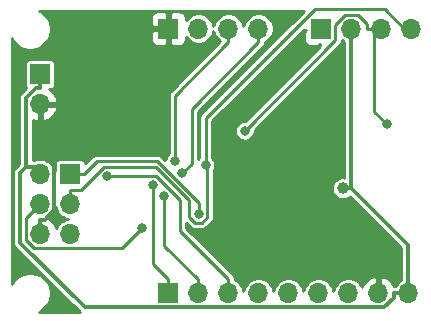
<source format=gbl>
%TF.GenerationSoftware,KiCad,Pcbnew,(5.1.9)-1*%
%TF.CreationDate,2022-01-04T17:54:44-06:00*%
%TF.ProjectId,BACEE,42414345-452e-46b6-9963-61645f706362,1*%
%TF.SameCoordinates,Original*%
%TF.FileFunction,Copper,L2,Bot*%
%TF.FilePolarity,Positive*%
%FSLAX46Y46*%
G04 Gerber Fmt 4.6, Leading zero omitted, Abs format (unit mm)*
G04 Created by KiCad (PCBNEW (5.1.9)-1) date 2022-01-04 17:54:44*
%MOMM*%
%LPD*%
G01*
G04 APERTURE LIST*
%TA.AperFunction,ComponentPad*%
%ADD10O,1.700000X1.700000*%
%TD*%
%TA.AperFunction,ComponentPad*%
%ADD11R,1.700000X1.700000*%
%TD*%
%TA.AperFunction,ViaPad*%
%ADD12C,0.800000*%
%TD*%
%TA.AperFunction,ViaPad*%
%ADD13C,1.000000*%
%TD*%
%TA.AperFunction,Conductor*%
%ADD14C,0.300000*%
%TD*%
%TA.AperFunction,Conductor*%
%ADD15C,0.250000*%
%TD*%
%TA.AperFunction,Conductor*%
%ADD16C,0.254000*%
%TD*%
%TA.AperFunction,Conductor*%
%ADD17C,0.100000*%
%TD*%
G04 APERTURE END LIST*
D10*
%TO.P,BT1,2*%
%TO.N,GNDPWR*%
X205550000Y-110236000D03*
D11*
%TO.P,BT1,1*%
%TO.N,/Vcc*%
X205550000Y-107696000D03*
%TD*%
D10*
%TO.P,J1,9*%
%TO.N,/Vcc*%
X236728000Y-126238000D03*
%TO.P,J1,8*%
%TO.N,GNDPWR*%
X234188000Y-126238000D03*
%TO.P,J1,7*%
%TO.N,/D8*%
X231648000Y-126238000D03*
%TO.P,J1,6*%
%TO.N,/D7*%
X229108000Y-126238000D03*
%TO.P,J1,5*%
%TO.N,/D6*%
X226568000Y-126238000D03*
%TO.P,J1,4*%
%TO.N,/D5*%
X224028000Y-126238000D03*
%TO.P,J1,3*%
%TO.N,/D4*%
X221488000Y-126238000D03*
%TO.P,J1,2*%
%TO.N,/D3*%
X218948000Y-126238000D03*
D11*
%TO.P,J1,1*%
%TO.N,/D2*%
X216408000Y-126238000D03*
%TD*%
%TO.P,J2,1*%
%TO.N,GNDPWR*%
X216408000Y-103822000D03*
D10*
%TO.P,J2,2*%
%TO.N,/Vcc*%
X218948000Y-103822000D03*
%TO.P,J2,3*%
%TO.N,/RX*%
X221488000Y-103822000D03*
%TO.P,J2,4*%
%TO.N,/TX*%
X224028000Y-103822000D03*
%TD*%
%TO.P,J3,6*%
%TO.N,GNDPWR*%
X205550000Y-121222000D03*
%TO.P,J3,5*%
%TO.N,/RESET*%
X208090000Y-121222000D03*
%TO.P,J3,4*%
%TO.N,/COPI*%
X205550000Y-118682000D03*
%TO.P,J3,3*%
%TO.N,/SCK*%
X208090000Y-118682000D03*
%TO.P,J3,2*%
%TO.N,/Vcc*%
X205550000Y-116142000D03*
D11*
%TO.P,J3,1*%
%TO.N,/CIPO*%
X208090000Y-116142000D03*
%TD*%
D10*
%TO.P,J4,4*%
%TO.N,/SCK*%
X236982000Y-103822000D03*
%TO.P,J4,3*%
%TO.N,/SDA*%
X234442000Y-103822000D03*
%TO.P,J4,2*%
%TO.N,/Vcc*%
X231902000Y-103822000D03*
D11*
%TO.P,J4,1*%
%TO.N,GNDPWR*%
X229362000Y-103822000D03*
%TD*%
D12*
%TO.N,/D2*%
X215071300Y-117057100D03*
%TO.N,/D3*%
X216079600Y-118042200D03*
%TO.N,/D4*%
X211243200Y-116283300D03*
%TO.N,/TX*%
X217593000Y-116047900D03*
%TO.N,/RX*%
X216987700Y-115006800D03*
%TO.N,/CIPO*%
X218966500Y-119499000D03*
%TO.N,/SCK*%
X219563600Y-115389700D03*
%TO.N,/COPI*%
X214184900Y-120668800D03*
%TO.N,/SDA*%
X234879700Y-111924400D03*
X222879800Y-112480700D03*
D13*
%TO.N,/Vcc*%
X231168900Y-117359700D03*
%TD*%
D14*
%TO.N,GNDPWR*%
X206571700Y-112458000D02*
X205550000Y-111436300D01*
X205550000Y-120021700D02*
X205925100Y-120021700D01*
X205925100Y-120021700D02*
X206754300Y-119192500D01*
X206754300Y-119192500D02*
X206754300Y-112640600D01*
X206754300Y-112640600D02*
X206571700Y-112458000D01*
X215207700Y-103822000D02*
X206571700Y-112458000D01*
X216408000Y-103822000D02*
X215207700Y-103822000D01*
X205550000Y-110236000D02*
X205550000Y-111436300D01*
X205550000Y-121222000D02*
X205550000Y-120021700D01*
D15*
%TO.N,/D2*%
X216408000Y-125062700D02*
X215071300Y-123726000D01*
X215071300Y-123726000D02*
X215071300Y-117057100D01*
X216408000Y-126238000D02*
X216408000Y-125062700D01*
%TO.N,/D3*%
X218948000Y-126238000D02*
X218948000Y-125062700D01*
X216079600Y-118042200D02*
X216079600Y-122194300D01*
X216079600Y-122194300D02*
X218948000Y-125062700D01*
%TO.N,/D4*%
X221488000Y-125062700D02*
X217376000Y-120950700D01*
X217376000Y-120950700D02*
X217376000Y-118312700D01*
X217376000Y-118312700D02*
X215346700Y-116283400D01*
X215346700Y-116283400D02*
X211243200Y-116283400D01*
X211243200Y-116283400D02*
X211243200Y-116283300D01*
X221488000Y-126238000D02*
X221488000Y-125062700D01*
%TO.N,/TX*%
X224028000Y-103822000D02*
X224028000Y-104997300D01*
X217593000Y-116047900D02*
X218383800Y-115257100D01*
X218383800Y-115257100D02*
X218383800Y-110641500D01*
X218383800Y-110641500D02*
X224028000Y-104997300D01*
%TO.N,/RX*%
X221488000Y-104997300D02*
X216987700Y-109497600D01*
X216987700Y-109497600D02*
X216987700Y-115006800D01*
X221488000Y-103822000D02*
X221488000Y-104997300D01*
%TO.N,/CIPO*%
X208090000Y-116142000D02*
X209265300Y-116142000D01*
X218966500Y-119499000D02*
X218966500Y-118565100D01*
X218966500Y-118565100D02*
X215468200Y-115066800D01*
X215468200Y-115066800D02*
X210340500Y-115066800D01*
X210340500Y-115066800D02*
X209265300Y-116142000D01*
%TO.N,/SCK*%
X219563600Y-115389700D02*
X219722100Y-115548200D01*
X219722100Y-115548200D02*
X219722100Y-119773900D01*
X219722100Y-119773900D02*
X219234000Y-120262000D01*
X219234000Y-120262000D02*
X218667600Y-120262000D01*
X218667600Y-120262000D02*
X218144600Y-119739000D01*
X218144600Y-119739000D02*
X218144600Y-118380100D01*
X218144600Y-118380100D02*
X215322500Y-115558000D01*
X215322500Y-115558000D02*
X210942800Y-115558000D01*
X210942800Y-115558000D02*
X208994100Y-117506700D01*
X208994100Y-117506700D02*
X208090000Y-117506700D01*
X236394400Y-103822000D02*
X234761800Y-102189400D01*
X234761800Y-102189400D02*
X228804600Y-102189400D01*
X228804600Y-102189400D02*
X219563600Y-111430400D01*
X219563600Y-111430400D02*
X219563600Y-115389700D01*
X208090000Y-118682000D02*
X208090000Y-117506700D01*
X236982000Y-103822000D02*
X236394400Y-103822000D01*
%TO.N,/COPI*%
X205550000Y-118682000D02*
X204368300Y-119863700D01*
X204368300Y-119863700D02*
X204368300Y-121737400D01*
X204368300Y-121737400D02*
X205028300Y-122397400D01*
X205028300Y-122397400D02*
X212456300Y-122397400D01*
X212456300Y-122397400D02*
X214184900Y-120668800D01*
%TO.N,/SDA*%
X233266700Y-103822000D02*
X233266700Y-103454600D01*
X233266700Y-103454600D02*
X232458800Y-102646700D01*
X232458800Y-102646700D02*
X231388300Y-102646700D01*
X231388300Y-102646700D02*
X230537400Y-103497600D01*
X230537400Y-103497600D02*
X230537400Y-104823100D01*
X230537400Y-104823100D02*
X222879800Y-112480700D01*
X233854400Y-103822000D02*
X233854400Y-110899100D01*
X233854400Y-110899100D02*
X234879700Y-111924400D01*
X233854400Y-103822000D02*
X233266700Y-103822000D01*
X234442000Y-103822000D02*
X233854400Y-103822000D01*
D14*
%TO.N,/Vcc*%
X236728000Y-125037700D02*
X236728000Y-122185700D01*
X236728000Y-122185700D02*
X231902000Y-117359700D01*
X231902000Y-117359700D02*
X231902000Y-103822000D01*
X231902000Y-117359700D02*
X231168900Y-117359700D01*
X204345100Y-115541800D02*
X203853200Y-116033700D01*
X203853200Y-116033700D02*
X203853200Y-121943700D01*
X203853200Y-121943700D02*
X209349300Y-127439800D01*
X209349300Y-127439800D02*
X234698900Y-127439800D01*
X234698900Y-127439800D02*
X235527700Y-126611000D01*
X235527700Y-126611000D02*
X235527700Y-126238000D01*
X205550000Y-115541800D02*
X204345100Y-115541800D01*
X204345100Y-115541800D02*
X204345100Y-109726100D01*
X204345100Y-109726100D02*
X205174900Y-108896300D01*
X205174900Y-108896300D02*
X205550000Y-108896300D01*
X205550000Y-107696000D02*
X205550000Y-108896300D01*
X236728000Y-126238000D02*
X235527700Y-126238000D01*
X205550000Y-116142000D02*
X205550000Y-115541800D01*
X236728000Y-126238000D02*
X236728000Y-125037700D01*
%TD*%
D16*
%TO.N,GNDPWR*%
X219187069Y-111014972D02*
X219165705Y-111032505D01*
X219148172Y-111053869D01*
X219148171Y-111053870D01*
X219098464Y-111114439D01*
X219095725Y-111117776D01*
X219043725Y-111215062D01*
X219011703Y-111320622D01*
X219003600Y-111402895D01*
X219003600Y-111402904D01*
X219000892Y-111430400D01*
X219003600Y-111457896D01*
X219003601Y-114768831D01*
X218943800Y-114828632D01*
X218943800Y-110873459D01*
X224404537Y-105412723D01*
X224425895Y-105395195D01*
X224443423Y-105373837D01*
X224443429Y-105373831D01*
X224495875Y-105309925D01*
X224533909Y-105238768D01*
X224547875Y-105212639D01*
X224579897Y-105107079D01*
X224588000Y-105024806D01*
X224588000Y-105024797D01*
X224590708Y-104997301D01*
X224589051Y-104980480D01*
X224636676Y-104960753D01*
X224847140Y-104820125D01*
X225026125Y-104641140D01*
X225166753Y-104430676D01*
X225263619Y-104196821D01*
X225313000Y-103948561D01*
X225313000Y-103695439D01*
X225263619Y-103447179D01*
X225166753Y-103213324D01*
X225026125Y-103002860D01*
X224847140Y-102823875D01*
X224636676Y-102683247D01*
X224402821Y-102586381D01*
X224154561Y-102537000D01*
X223901439Y-102537000D01*
X223653179Y-102586381D01*
X223419324Y-102683247D01*
X223208860Y-102823875D01*
X223029875Y-103002860D01*
X222889247Y-103213324D01*
X222792381Y-103447179D01*
X222758000Y-103620027D01*
X222723619Y-103447179D01*
X222626753Y-103213324D01*
X222486125Y-103002860D01*
X222307140Y-102823875D01*
X222096676Y-102683247D01*
X221862821Y-102586381D01*
X221614561Y-102537000D01*
X221361439Y-102537000D01*
X221113179Y-102586381D01*
X220879324Y-102683247D01*
X220668860Y-102823875D01*
X220489875Y-103002860D01*
X220349247Y-103213324D01*
X220252381Y-103447179D01*
X220218000Y-103620027D01*
X220183619Y-103447179D01*
X220086753Y-103213324D01*
X219946125Y-103002860D01*
X219767140Y-102823875D01*
X219556676Y-102683247D01*
X219322821Y-102586381D01*
X219074561Y-102537000D01*
X218821439Y-102537000D01*
X218573179Y-102586381D01*
X218339324Y-102683247D01*
X218128860Y-102823875D01*
X217949875Y-103002860D01*
X217895461Y-103084297D01*
X217896072Y-102972000D01*
X217883812Y-102847518D01*
X217847502Y-102727820D01*
X217788537Y-102617506D01*
X217709185Y-102520815D01*
X217612494Y-102441463D01*
X217502180Y-102382498D01*
X217382482Y-102346188D01*
X217258000Y-102333928D01*
X216693750Y-102337000D01*
X216535000Y-102495750D01*
X216535000Y-103695000D01*
X216555000Y-103695000D01*
X216555000Y-103949000D01*
X216535000Y-103949000D01*
X216535000Y-105148250D01*
X216693750Y-105307000D01*
X217258000Y-105310072D01*
X217382482Y-105297812D01*
X217502180Y-105261502D01*
X217612494Y-105202537D01*
X217709185Y-105123185D01*
X217788537Y-105026494D01*
X217847502Y-104916180D01*
X217883812Y-104796482D01*
X217896072Y-104672000D01*
X217895461Y-104559703D01*
X217949875Y-104641140D01*
X218128860Y-104820125D01*
X218339324Y-104960753D01*
X218573179Y-105057619D01*
X218821439Y-105107000D01*
X219074561Y-105107000D01*
X219322821Y-105057619D01*
X219556676Y-104960753D01*
X219767140Y-104820125D01*
X219946125Y-104641140D01*
X220086753Y-104430676D01*
X220183619Y-104196821D01*
X220218000Y-104023973D01*
X220252381Y-104196821D01*
X220349247Y-104430676D01*
X220489875Y-104641140D01*
X220668860Y-104820125D01*
X220791362Y-104901978D01*
X216611169Y-109082172D01*
X216589805Y-109099705D01*
X216572272Y-109121069D01*
X216572271Y-109121070D01*
X216548886Y-109149565D01*
X216519825Y-109184976D01*
X216467825Y-109282262D01*
X216435803Y-109387822D01*
X216427700Y-109470095D01*
X216427700Y-109470104D01*
X216424992Y-109497600D01*
X216427700Y-109525096D01*
X216427701Y-114385931D01*
X216339113Y-114474519D01*
X216247733Y-114611279D01*
X216184789Y-114763240D01*
X216152700Y-114924560D01*
X216152700Y-114959341D01*
X215883628Y-114690269D01*
X215866095Y-114668905D01*
X215780824Y-114598925D01*
X215683539Y-114546925D01*
X215577979Y-114514903D01*
X215495706Y-114506800D01*
X215495696Y-114506800D01*
X215468200Y-114504092D01*
X215440704Y-114506800D01*
X210367992Y-114506800D01*
X210340499Y-114504092D01*
X210313006Y-114506800D01*
X210312994Y-114506800D01*
X210230721Y-114514903D01*
X210125161Y-114546925D01*
X210079875Y-114571131D01*
X210027875Y-114598925D01*
X209963969Y-114651371D01*
X209963963Y-114651377D01*
X209942605Y-114668905D01*
X209925077Y-114690263D01*
X209372283Y-115243057D01*
X209368705Y-115206725D01*
X209343831Y-115124728D01*
X209303439Y-115049158D01*
X209249079Y-114982921D01*
X209182842Y-114928561D01*
X209107272Y-114888169D01*
X209025275Y-114863295D01*
X208940000Y-114854896D01*
X207240000Y-114854896D01*
X207154725Y-114863295D01*
X207072728Y-114888169D01*
X206997158Y-114928561D01*
X206930921Y-114982921D01*
X206876561Y-115049158D01*
X206836169Y-115124728D01*
X206811295Y-115206725D01*
X206802896Y-115292000D01*
X206802896Y-115854038D01*
X206785619Y-115767179D01*
X206688753Y-115533324D01*
X206548125Y-115322860D01*
X206369140Y-115143875D01*
X206158676Y-115003247D01*
X205924821Y-114906381D01*
X205676561Y-114857000D01*
X205423439Y-114857000D01*
X205175179Y-114906381D01*
X205053457Y-114956800D01*
X204930100Y-114956800D01*
X204930100Y-111584184D01*
X205193109Y-111677481D01*
X205423000Y-111556814D01*
X205423000Y-110363000D01*
X205677000Y-110363000D01*
X205677000Y-111556814D01*
X205906891Y-111677481D01*
X206181252Y-111580157D01*
X206431355Y-111431178D01*
X206647588Y-111236269D01*
X206821641Y-111002920D01*
X206946825Y-110740099D01*
X206991476Y-110592890D01*
X206870155Y-110363000D01*
X205677000Y-110363000D01*
X205423000Y-110363000D01*
X205403000Y-110363000D01*
X205403000Y-110109000D01*
X205423000Y-110109000D01*
X205423000Y-110089000D01*
X205677000Y-110089000D01*
X205677000Y-110109000D01*
X206870155Y-110109000D01*
X206991476Y-109879110D01*
X206946825Y-109731901D01*
X206821641Y-109469080D01*
X206647588Y-109235731D01*
X206431355Y-109040822D01*
X206334459Y-108983104D01*
X206400000Y-108983104D01*
X206485275Y-108974705D01*
X206567272Y-108949831D01*
X206642842Y-108909439D01*
X206709079Y-108855079D01*
X206763439Y-108788842D01*
X206803831Y-108713272D01*
X206828705Y-108631275D01*
X206837104Y-108546000D01*
X206837104Y-106846000D01*
X206828705Y-106760725D01*
X206803831Y-106678728D01*
X206763439Y-106603158D01*
X206709079Y-106536921D01*
X206642842Y-106482561D01*
X206567272Y-106442169D01*
X206485275Y-106417295D01*
X206400000Y-106408896D01*
X204700000Y-106408896D01*
X204614725Y-106417295D01*
X204532728Y-106442169D01*
X204457158Y-106482561D01*
X204390921Y-106536921D01*
X204336561Y-106603158D01*
X204296169Y-106678728D01*
X204271295Y-106760725D01*
X204262896Y-106846000D01*
X204262896Y-108546000D01*
X204271295Y-108631275D01*
X204296169Y-108713272D01*
X204336561Y-108788842D01*
X204389968Y-108853918D01*
X203951764Y-109292122D01*
X203929442Y-109310441D01*
X203856338Y-109399519D01*
X203835030Y-109439384D01*
X203802016Y-109501148D01*
X203768565Y-109611421D01*
X203757270Y-109726100D01*
X203760101Y-109754843D01*
X203760100Y-115299485D01*
X203459869Y-115599717D01*
X203437541Y-115618041D01*
X203364437Y-115707120D01*
X203312472Y-115804340D01*
X203310116Y-115808748D01*
X203276665Y-115919021D01*
X203265370Y-116033700D01*
X203268200Y-116062433D01*
X203268201Y-121914957D01*
X203265370Y-121943700D01*
X203276665Y-122058379D01*
X203310116Y-122168652D01*
X203329692Y-122205275D01*
X203364438Y-122270281D01*
X203437542Y-122359359D01*
X203459864Y-122377678D01*
X208892185Y-127810000D01*
X205479806Y-127810000D01*
X205548944Y-127781362D01*
X205834188Y-127590768D01*
X206076768Y-127348188D01*
X206267362Y-127062944D01*
X206398646Y-126745998D01*
X206465573Y-126409530D01*
X206465573Y-126066470D01*
X206398646Y-125730002D01*
X206267362Y-125413056D01*
X206076768Y-125127812D01*
X205834188Y-124885232D01*
X205548944Y-124694638D01*
X205231998Y-124563354D01*
X204895530Y-124496427D01*
X204552470Y-124496427D01*
X204216002Y-124563354D01*
X203899056Y-124694638D01*
X203613812Y-124885232D01*
X203371232Y-125127812D01*
X203180638Y-125413056D01*
X203152000Y-125482194D01*
X203152000Y-104641806D01*
X203180638Y-104710944D01*
X203371232Y-104996188D01*
X203613812Y-105238768D01*
X203899056Y-105429362D01*
X204216002Y-105560646D01*
X204552470Y-105627573D01*
X204895530Y-105627573D01*
X205231998Y-105560646D01*
X205548944Y-105429362D01*
X205834188Y-105238768D01*
X206076768Y-104996188D01*
X206267362Y-104710944D01*
X206283493Y-104672000D01*
X214919928Y-104672000D01*
X214932188Y-104796482D01*
X214968498Y-104916180D01*
X215027463Y-105026494D01*
X215106815Y-105123185D01*
X215203506Y-105202537D01*
X215313820Y-105261502D01*
X215433518Y-105297812D01*
X215558000Y-105310072D01*
X216122250Y-105307000D01*
X216281000Y-105148250D01*
X216281000Y-103949000D01*
X215081750Y-103949000D01*
X214923000Y-104107750D01*
X214919928Y-104672000D01*
X206283493Y-104672000D01*
X206398646Y-104393998D01*
X206465573Y-104057530D01*
X206465573Y-103714470D01*
X206398646Y-103378002D01*
X206267362Y-103061056D01*
X206207857Y-102972000D01*
X214919928Y-102972000D01*
X214923000Y-103536250D01*
X215081750Y-103695000D01*
X216281000Y-103695000D01*
X216281000Y-102495750D01*
X216122250Y-102337000D01*
X215558000Y-102333928D01*
X215433518Y-102346188D01*
X215313820Y-102382498D01*
X215203506Y-102441463D01*
X215106815Y-102520815D01*
X215027463Y-102617506D01*
X214968498Y-102727820D01*
X214932188Y-102847518D01*
X214919928Y-102972000D01*
X206207857Y-102972000D01*
X206076768Y-102775812D01*
X205834188Y-102533232D01*
X205548944Y-102342638D01*
X205479806Y-102314000D01*
X227888041Y-102314000D01*
X219187069Y-111014972D01*
%TA.AperFunction,Conductor*%
D17*
G36*
X219187069Y-111014972D02*
G01*
X219165705Y-111032505D01*
X219148172Y-111053869D01*
X219148171Y-111053870D01*
X219098464Y-111114439D01*
X219095725Y-111117776D01*
X219043725Y-111215062D01*
X219011703Y-111320622D01*
X219003600Y-111402895D01*
X219003600Y-111402904D01*
X219000892Y-111430400D01*
X219003600Y-111457896D01*
X219003601Y-114768831D01*
X218943800Y-114828632D01*
X218943800Y-110873459D01*
X224404537Y-105412723D01*
X224425895Y-105395195D01*
X224443423Y-105373837D01*
X224443429Y-105373831D01*
X224495875Y-105309925D01*
X224533909Y-105238768D01*
X224547875Y-105212639D01*
X224579897Y-105107079D01*
X224588000Y-105024806D01*
X224588000Y-105024797D01*
X224590708Y-104997301D01*
X224589051Y-104980480D01*
X224636676Y-104960753D01*
X224847140Y-104820125D01*
X225026125Y-104641140D01*
X225166753Y-104430676D01*
X225263619Y-104196821D01*
X225313000Y-103948561D01*
X225313000Y-103695439D01*
X225263619Y-103447179D01*
X225166753Y-103213324D01*
X225026125Y-103002860D01*
X224847140Y-102823875D01*
X224636676Y-102683247D01*
X224402821Y-102586381D01*
X224154561Y-102537000D01*
X223901439Y-102537000D01*
X223653179Y-102586381D01*
X223419324Y-102683247D01*
X223208860Y-102823875D01*
X223029875Y-103002860D01*
X222889247Y-103213324D01*
X222792381Y-103447179D01*
X222758000Y-103620027D01*
X222723619Y-103447179D01*
X222626753Y-103213324D01*
X222486125Y-103002860D01*
X222307140Y-102823875D01*
X222096676Y-102683247D01*
X221862821Y-102586381D01*
X221614561Y-102537000D01*
X221361439Y-102537000D01*
X221113179Y-102586381D01*
X220879324Y-102683247D01*
X220668860Y-102823875D01*
X220489875Y-103002860D01*
X220349247Y-103213324D01*
X220252381Y-103447179D01*
X220218000Y-103620027D01*
X220183619Y-103447179D01*
X220086753Y-103213324D01*
X219946125Y-103002860D01*
X219767140Y-102823875D01*
X219556676Y-102683247D01*
X219322821Y-102586381D01*
X219074561Y-102537000D01*
X218821439Y-102537000D01*
X218573179Y-102586381D01*
X218339324Y-102683247D01*
X218128860Y-102823875D01*
X217949875Y-103002860D01*
X217895461Y-103084297D01*
X217896072Y-102972000D01*
X217883812Y-102847518D01*
X217847502Y-102727820D01*
X217788537Y-102617506D01*
X217709185Y-102520815D01*
X217612494Y-102441463D01*
X217502180Y-102382498D01*
X217382482Y-102346188D01*
X217258000Y-102333928D01*
X216693750Y-102337000D01*
X216535000Y-102495750D01*
X216535000Y-103695000D01*
X216555000Y-103695000D01*
X216555000Y-103949000D01*
X216535000Y-103949000D01*
X216535000Y-105148250D01*
X216693750Y-105307000D01*
X217258000Y-105310072D01*
X217382482Y-105297812D01*
X217502180Y-105261502D01*
X217612494Y-105202537D01*
X217709185Y-105123185D01*
X217788537Y-105026494D01*
X217847502Y-104916180D01*
X217883812Y-104796482D01*
X217896072Y-104672000D01*
X217895461Y-104559703D01*
X217949875Y-104641140D01*
X218128860Y-104820125D01*
X218339324Y-104960753D01*
X218573179Y-105057619D01*
X218821439Y-105107000D01*
X219074561Y-105107000D01*
X219322821Y-105057619D01*
X219556676Y-104960753D01*
X219767140Y-104820125D01*
X219946125Y-104641140D01*
X220086753Y-104430676D01*
X220183619Y-104196821D01*
X220218000Y-104023973D01*
X220252381Y-104196821D01*
X220349247Y-104430676D01*
X220489875Y-104641140D01*
X220668860Y-104820125D01*
X220791362Y-104901978D01*
X216611169Y-109082172D01*
X216589805Y-109099705D01*
X216572272Y-109121069D01*
X216572271Y-109121070D01*
X216548886Y-109149565D01*
X216519825Y-109184976D01*
X216467825Y-109282262D01*
X216435803Y-109387822D01*
X216427700Y-109470095D01*
X216427700Y-109470104D01*
X216424992Y-109497600D01*
X216427700Y-109525096D01*
X216427701Y-114385931D01*
X216339113Y-114474519D01*
X216247733Y-114611279D01*
X216184789Y-114763240D01*
X216152700Y-114924560D01*
X216152700Y-114959341D01*
X215883628Y-114690269D01*
X215866095Y-114668905D01*
X215780824Y-114598925D01*
X215683539Y-114546925D01*
X215577979Y-114514903D01*
X215495706Y-114506800D01*
X215495696Y-114506800D01*
X215468200Y-114504092D01*
X215440704Y-114506800D01*
X210367992Y-114506800D01*
X210340499Y-114504092D01*
X210313006Y-114506800D01*
X210312994Y-114506800D01*
X210230721Y-114514903D01*
X210125161Y-114546925D01*
X210079875Y-114571131D01*
X210027875Y-114598925D01*
X209963969Y-114651371D01*
X209963963Y-114651377D01*
X209942605Y-114668905D01*
X209925077Y-114690263D01*
X209372283Y-115243057D01*
X209368705Y-115206725D01*
X209343831Y-115124728D01*
X209303439Y-115049158D01*
X209249079Y-114982921D01*
X209182842Y-114928561D01*
X209107272Y-114888169D01*
X209025275Y-114863295D01*
X208940000Y-114854896D01*
X207240000Y-114854896D01*
X207154725Y-114863295D01*
X207072728Y-114888169D01*
X206997158Y-114928561D01*
X206930921Y-114982921D01*
X206876561Y-115049158D01*
X206836169Y-115124728D01*
X206811295Y-115206725D01*
X206802896Y-115292000D01*
X206802896Y-115854038D01*
X206785619Y-115767179D01*
X206688753Y-115533324D01*
X206548125Y-115322860D01*
X206369140Y-115143875D01*
X206158676Y-115003247D01*
X205924821Y-114906381D01*
X205676561Y-114857000D01*
X205423439Y-114857000D01*
X205175179Y-114906381D01*
X205053457Y-114956800D01*
X204930100Y-114956800D01*
X204930100Y-111584184D01*
X205193109Y-111677481D01*
X205423000Y-111556814D01*
X205423000Y-110363000D01*
X205677000Y-110363000D01*
X205677000Y-111556814D01*
X205906891Y-111677481D01*
X206181252Y-111580157D01*
X206431355Y-111431178D01*
X206647588Y-111236269D01*
X206821641Y-111002920D01*
X206946825Y-110740099D01*
X206991476Y-110592890D01*
X206870155Y-110363000D01*
X205677000Y-110363000D01*
X205423000Y-110363000D01*
X205403000Y-110363000D01*
X205403000Y-110109000D01*
X205423000Y-110109000D01*
X205423000Y-110089000D01*
X205677000Y-110089000D01*
X205677000Y-110109000D01*
X206870155Y-110109000D01*
X206991476Y-109879110D01*
X206946825Y-109731901D01*
X206821641Y-109469080D01*
X206647588Y-109235731D01*
X206431355Y-109040822D01*
X206334459Y-108983104D01*
X206400000Y-108983104D01*
X206485275Y-108974705D01*
X206567272Y-108949831D01*
X206642842Y-108909439D01*
X206709079Y-108855079D01*
X206763439Y-108788842D01*
X206803831Y-108713272D01*
X206828705Y-108631275D01*
X206837104Y-108546000D01*
X206837104Y-106846000D01*
X206828705Y-106760725D01*
X206803831Y-106678728D01*
X206763439Y-106603158D01*
X206709079Y-106536921D01*
X206642842Y-106482561D01*
X206567272Y-106442169D01*
X206485275Y-106417295D01*
X206400000Y-106408896D01*
X204700000Y-106408896D01*
X204614725Y-106417295D01*
X204532728Y-106442169D01*
X204457158Y-106482561D01*
X204390921Y-106536921D01*
X204336561Y-106603158D01*
X204296169Y-106678728D01*
X204271295Y-106760725D01*
X204262896Y-106846000D01*
X204262896Y-108546000D01*
X204271295Y-108631275D01*
X204296169Y-108713272D01*
X204336561Y-108788842D01*
X204389968Y-108853918D01*
X203951764Y-109292122D01*
X203929442Y-109310441D01*
X203856338Y-109399519D01*
X203835030Y-109439384D01*
X203802016Y-109501148D01*
X203768565Y-109611421D01*
X203757270Y-109726100D01*
X203760101Y-109754843D01*
X203760100Y-115299485D01*
X203459869Y-115599717D01*
X203437541Y-115618041D01*
X203364437Y-115707120D01*
X203312472Y-115804340D01*
X203310116Y-115808748D01*
X203276665Y-115919021D01*
X203265370Y-116033700D01*
X203268200Y-116062433D01*
X203268201Y-121914957D01*
X203265370Y-121943700D01*
X203276665Y-122058379D01*
X203310116Y-122168652D01*
X203329692Y-122205275D01*
X203364438Y-122270281D01*
X203437542Y-122359359D01*
X203459864Y-122377678D01*
X208892185Y-127810000D01*
X205479806Y-127810000D01*
X205548944Y-127781362D01*
X205834188Y-127590768D01*
X206076768Y-127348188D01*
X206267362Y-127062944D01*
X206398646Y-126745998D01*
X206465573Y-126409530D01*
X206465573Y-126066470D01*
X206398646Y-125730002D01*
X206267362Y-125413056D01*
X206076768Y-125127812D01*
X205834188Y-124885232D01*
X205548944Y-124694638D01*
X205231998Y-124563354D01*
X204895530Y-124496427D01*
X204552470Y-124496427D01*
X204216002Y-124563354D01*
X203899056Y-124694638D01*
X203613812Y-124885232D01*
X203371232Y-125127812D01*
X203180638Y-125413056D01*
X203152000Y-125482194D01*
X203152000Y-104641806D01*
X203180638Y-104710944D01*
X203371232Y-104996188D01*
X203613812Y-105238768D01*
X203899056Y-105429362D01*
X204216002Y-105560646D01*
X204552470Y-105627573D01*
X204895530Y-105627573D01*
X205231998Y-105560646D01*
X205548944Y-105429362D01*
X205834188Y-105238768D01*
X206076768Y-104996188D01*
X206267362Y-104710944D01*
X206283493Y-104672000D01*
X214919928Y-104672000D01*
X214932188Y-104796482D01*
X214968498Y-104916180D01*
X215027463Y-105026494D01*
X215106815Y-105123185D01*
X215203506Y-105202537D01*
X215313820Y-105261502D01*
X215433518Y-105297812D01*
X215558000Y-105310072D01*
X216122250Y-105307000D01*
X216281000Y-105148250D01*
X216281000Y-103949000D01*
X215081750Y-103949000D01*
X214923000Y-104107750D01*
X214919928Y-104672000D01*
X206283493Y-104672000D01*
X206398646Y-104393998D01*
X206465573Y-104057530D01*
X206465573Y-103714470D01*
X206398646Y-103378002D01*
X206267362Y-103061056D01*
X206207857Y-102972000D01*
X214919928Y-102972000D01*
X214923000Y-103536250D01*
X215081750Y-103695000D01*
X216281000Y-103695000D01*
X216281000Y-102495750D01*
X216122250Y-102337000D01*
X215558000Y-102333928D01*
X215433518Y-102346188D01*
X215313820Y-102382498D01*
X215203506Y-102441463D01*
X215106815Y-102520815D01*
X215027463Y-102617506D01*
X214968498Y-102727820D01*
X214932188Y-102847518D01*
X214919928Y-102972000D01*
X206207857Y-102972000D01*
X206076768Y-102775812D01*
X205834188Y-102533232D01*
X205548944Y-102342638D01*
X205479806Y-102314000D01*
X227888041Y-102314000D01*
X219187069Y-111014972D01*
G37*
%TD.AperFunction*%
D16*
X227877000Y-103949002D02*
X228035748Y-103949002D01*
X227877000Y-104107750D01*
X227873928Y-104672000D01*
X227886188Y-104796482D01*
X227922498Y-104916180D01*
X227981463Y-105026494D01*
X228060815Y-105123185D01*
X228157506Y-105202537D01*
X228267820Y-105261502D01*
X228387518Y-105297812D01*
X228512000Y-105310072D01*
X229076250Y-105307000D01*
X229234998Y-105148252D01*
X229234998Y-105307000D01*
X229261541Y-105307000D01*
X222922841Y-111645700D01*
X222797560Y-111645700D01*
X222636240Y-111677789D01*
X222484279Y-111740733D01*
X222347519Y-111832113D01*
X222231213Y-111948419D01*
X222139833Y-112085179D01*
X222076889Y-112237140D01*
X222044800Y-112398460D01*
X222044800Y-112562940D01*
X222076889Y-112724260D01*
X222139833Y-112876221D01*
X222231213Y-113012981D01*
X222347519Y-113129287D01*
X222484279Y-113220667D01*
X222636240Y-113283611D01*
X222797560Y-113315700D01*
X222962040Y-113315700D01*
X223123360Y-113283611D01*
X223275321Y-113220667D01*
X223412081Y-113129287D01*
X223528387Y-113012981D01*
X223619767Y-112876221D01*
X223682711Y-112724260D01*
X223714800Y-112562940D01*
X223714800Y-112437659D01*
X230913931Y-105238528D01*
X230935295Y-105220995D01*
X230952829Y-105199630D01*
X231005275Y-105135725D01*
X231057274Y-105038440D01*
X231057275Y-105038439D01*
X231089297Y-104932879D01*
X231097400Y-104850606D01*
X231097400Y-104850596D01*
X231099318Y-104831122D01*
X231293324Y-104960753D01*
X231317001Y-104970560D01*
X231317000Y-116435841D01*
X231260989Y-116424700D01*
X231076811Y-116424700D01*
X230896171Y-116460632D01*
X230726011Y-116531114D01*
X230572872Y-116633438D01*
X230442638Y-116763672D01*
X230340314Y-116916811D01*
X230269832Y-117086971D01*
X230233900Y-117267611D01*
X230233900Y-117451789D01*
X230269832Y-117632429D01*
X230340314Y-117802589D01*
X230442638Y-117955728D01*
X230572872Y-118085962D01*
X230726011Y-118188286D01*
X230896171Y-118258768D01*
X231076811Y-118294700D01*
X231260989Y-118294700D01*
X231441629Y-118258768D01*
X231611789Y-118188286D01*
X231764928Y-118085962D01*
X231782938Y-118067952D01*
X236143001Y-122428016D01*
X236143000Y-125066432D01*
X236143001Y-125066442D01*
X236143001Y-125089440D01*
X236119324Y-125099247D01*
X235908860Y-125239875D01*
X235729875Y-125418860D01*
X235589247Y-125629324D01*
X235579440Y-125653000D01*
X235556433Y-125653000D01*
X235548279Y-125652197D01*
X235532157Y-125606748D01*
X235383178Y-125356645D01*
X235188269Y-125140412D01*
X234954920Y-124966359D01*
X234692099Y-124841175D01*
X234544890Y-124796524D01*
X234315000Y-124917845D01*
X234315000Y-126111000D01*
X234335000Y-126111000D01*
X234335000Y-126365000D01*
X234315000Y-126365000D01*
X234315000Y-126385000D01*
X234061000Y-126385000D01*
X234061000Y-126365000D01*
X234041000Y-126365000D01*
X234041000Y-126111000D01*
X234061000Y-126111000D01*
X234061000Y-124917845D01*
X233831110Y-124796524D01*
X233683901Y-124841175D01*
X233421080Y-124966359D01*
X233187731Y-125140412D01*
X232992822Y-125356645D01*
X232843843Y-125606748D01*
X232813192Y-125693154D01*
X232786753Y-125629324D01*
X232646125Y-125418860D01*
X232467140Y-125239875D01*
X232256676Y-125099247D01*
X232022821Y-125002381D01*
X231774561Y-124953000D01*
X231521439Y-124953000D01*
X231273179Y-125002381D01*
X231039324Y-125099247D01*
X230828860Y-125239875D01*
X230649875Y-125418860D01*
X230509247Y-125629324D01*
X230412381Y-125863179D01*
X230378000Y-126036027D01*
X230343619Y-125863179D01*
X230246753Y-125629324D01*
X230106125Y-125418860D01*
X229927140Y-125239875D01*
X229716676Y-125099247D01*
X229482821Y-125002381D01*
X229234561Y-124953000D01*
X228981439Y-124953000D01*
X228733179Y-125002381D01*
X228499324Y-125099247D01*
X228288860Y-125239875D01*
X228109875Y-125418860D01*
X227969247Y-125629324D01*
X227872381Y-125863179D01*
X227838000Y-126036027D01*
X227803619Y-125863179D01*
X227706753Y-125629324D01*
X227566125Y-125418860D01*
X227387140Y-125239875D01*
X227176676Y-125099247D01*
X226942821Y-125002381D01*
X226694561Y-124953000D01*
X226441439Y-124953000D01*
X226193179Y-125002381D01*
X225959324Y-125099247D01*
X225748860Y-125239875D01*
X225569875Y-125418860D01*
X225429247Y-125629324D01*
X225332381Y-125863179D01*
X225298000Y-126036027D01*
X225263619Y-125863179D01*
X225166753Y-125629324D01*
X225026125Y-125418860D01*
X224847140Y-125239875D01*
X224636676Y-125099247D01*
X224402821Y-125002381D01*
X224154561Y-124953000D01*
X223901439Y-124953000D01*
X223653179Y-125002381D01*
X223419324Y-125099247D01*
X223208860Y-125239875D01*
X223029875Y-125418860D01*
X222889247Y-125629324D01*
X222792381Y-125863179D01*
X222758000Y-126036027D01*
X222723619Y-125863179D01*
X222626753Y-125629324D01*
X222486125Y-125418860D01*
X222307140Y-125239875D01*
X222096676Y-125099247D01*
X222049051Y-125079520D01*
X222050708Y-125062699D01*
X222048000Y-125035203D01*
X222048000Y-125035194D01*
X222039897Y-124952921D01*
X222007875Y-124847361D01*
X221980702Y-124796524D01*
X221955875Y-124750075D01*
X221903429Y-124686169D01*
X221903423Y-124686163D01*
X221885895Y-124664805D01*
X221864537Y-124647277D01*
X217936000Y-120718741D01*
X217936000Y-120322359D01*
X218252172Y-120638531D01*
X218269705Y-120659895D01*
X218291069Y-120677428D01*
X218291070Y-120677429D01*
X218354975Y-120729875D01*
X218452260Y-120781875D01*
X218476829Y-120789328D01*
X218557821Y-120813897D01*
X218640094Y-120822000D01*
X218640104Y-120822000D01*
X218667600Y-120824708D01*
X218695096Y-120822000D01*
X219206504Y-120822000D01*
X219234000Y-120824708D01*
X219261496Y-120822000D01*
X219261506Y-120822000D01*
X219343779Y-120813897D01*
X219449339Y-120781875D01*
X219546624Y-120729875D01*
X219631895Y-120659895D01*
X219649428Y-120638531D01*
X220098631Y-120189328D01*
X220119995Y-120171795D01*
X220148637Y-120136895D01*
X220189975Y-120086525D01*
X220241975Y-119989240D01*
X220252562Y-119954338D01*
X220273997Y-119883679D01*
X220282100Y-119801406D01*
X220282100Y-119801396D01*
X220284808Y-119773900D01*
X220282100Y-119746404D01*
X220282100Y-115817349D01*
X220303567Y-115785221D01*
X220366511Y-115633260D01*
X220398600Y-115471940D01*
X220398600Y-115307460D01*
X220366511Y-115146140D01*
X220303567Y-114994179D01*
X220212187Y-114857419D01*
X220123600Y-114768832D01*
X220123600Y-111662359D01*
X227877000Y-103908959D01*
X227877000Y-103949002D01*
%TA.AperFunction,Conductor*%
D17*
G36*
X227877000Y-103949002D02*
G01*
X228035748Y-103949002D01*
X227877000Y-104107750D01*
X227873928Y-104672000D01*
X227886188Y-104796482D01*
X227922498Y-104916180D01*
X227981463Y-105026494D01*
X228060815Y-105123185D01*
X228157506Y-105202537D01*
X228267820Y-105261502D01*
X228387518Y-105297812D01*
X228512000Y-105310072D01*
X229076250Y-105307000D01*
X229234998Y-105148252D01*
X229234998Y-105307000D01*
X229261541Y-105307000D01*
X222922841Y-111645700D01*
X222797560Y-111645700D01*
X222636240Y-111677789D01*
X222484279Y-111740733D01*
X222347519Y-111832113D01*
X222231213Y-111948419D01*
X222139833Y-112085179D01*
X222076889Y-112237140D01*
X222044800Y-112398460D01*
X222044800Y-112562940D01*
X222076889Y-112724260D01*
X222139833Y-112876221D01*
X222231213Y-113012981D01*
X222347519Y-113129287D01*
X222484279Y-113220667D01*
X222636240Y-113283611D01*
X222797560Y-113315700D01*
X222962040Y-113315700D01*
X223123360Y-113283611D01*
X223275321Y-113220667D01*
X223412081Y-113129287D01*
X223528387Y-113012981D01*
X223619767Y-112876221D01*
X223682711Y-112724260D01*
X223714800Y-112562940D01*
X223714800Y-112437659D01*
X230913931Y-105238528D01*
X230935295Y-105220995D01*
X230952829Y-105199630D01*
X231005275Y-105135725D01*
X231057274Y-105038440D01*
X231057275Y-105038439D01*
X231089297Y-104932879D01*
X231097400Y-104850606D01*
X231097400Y-104850596D01*
X231099318Y-104831122D01*
X231293324Y-104960753D01*
X231317001Y-104970560D01*
X231317000Y-116435841D01*
X231260989Y-116424700D01*
X231076811Y-116424700D01*
X230896171Y-116460632D01*
X230726011Y-116531114D01*
X230572872Y-116633438D01*
X230442638Y-116763672D01*
X230340314Y-116916811D01*
X230269832Y-117086971D01*
X230233900Y-117267611D01*
X230233900Y-117451789D01*
X230269832Y-117632429D01*
X230340314Y-117802589D01*
X230442638Y-117955728D01*
X230572872Y-118085962D01*
X230726011Y-118188286D01*
X230896171Y-118258768D01*
X231076811Y-118294700D01*
X231260989Y-118294700D01*
X231441629Y-118258768D01*
X231611789Y-118188286D01*
X231764928Y-118085962D01*
X231782938Y-118067952D01*
X236143001Y-122428016D01*
X236143000Y-125066432D01*
X236143001Y-125066442D01*
X236143001Y-125089440D01*
X236119324Y-125099247D01*
X235908860Y-125239875D01*
X235729875Y-125418860D01*
X235589247Y-125629324D01*
X235579440Y-125653000D01*
X235556433Y-125653000D01*
X235548279Y-125652197D01*
X235532157Y-125606748D01*
X235383178Y-125356645D01*
X235188269Y-125140412D01*
X234954920Y-124966359D01*
X234692099Y-124841175D01*
X234544890Y-124796524D01*
X234315000Y-124917845D01*
X234315000Y-126111000D01*
X234335000Y-126111000D01*
X234335000Y-126365000D01*
X234315000Y-126365000D01*
X234315000Y-126385000D01*
X234061000Y-126385000D01*
X234061000Y-126365000D01*
X234041000Y-126365000D01*
X234041000Y-126111000D01*
X234061000Y-126111000D01*
X234061000Y-124917845D01*
X233831110Y-124796524D01*
X233683901Y-124841175D01*
X233421080Y-124966359D01*
X233187731Y-125140412D01*
X232992822Y-125356645D01*
X232843843Y-125606748D01*
X232813192Y-125693154D01*
X232786753Y-125629324D01*
X232646125Y-125418860D01*
X232467140Y-125239875D01*
X232256676Y-125099247D01*
X232022821Y-125002381D01*
X231774561Y-124953000D01*
X231521439Y-124953000D01*
X231273179Y-125002381D01*
X231039324Y-125099247D01*
X230828860Y-125239875D01*
X230649875Y-125418860D01*
X230509247Y-125629324D01*
X230412381Y-125863179D01*
X230378000Y-126036027D01*
X230343619Y-125863179D01*
X230246753Y-125629324D01*
X230106125Y-125418860D01*
X229927140Y-125239875D01*
X229716676Y-125099247D01*
X229482821Y-125002381D01*
X229234561Y-124953000D01*
X228981439Y-124953000D01*
X228733179Y-125002381D01*
X228499324Y-125099247D01*
X228288860Y-125239875D01*
X228109875Y-125418860D01*
X227969247Y-125629324D01*
X227872381Y-125863179D01*
X227838000Y-126036027D01*
X227803619Y-125863179D01*
X227706753Y-125629324D01*
X227566125Y-125418860D01*
X227387140Y-125239875D01*
X227176676Y-125099247D01*
X226942821Y-125002381D01*
X226694561Y-124953000D01*
X226441439Y-124953000D01*
X226193179Y-125002381D01*
X225959324Y-125099247D01*
X225748860Y-125239875D01*
X225569875Y-125418860D01*
X225429247Y-125629324D01*
X225332381Y-125863179D01*
X225298000Y-126036027D01*
X225263619Y-125863179D01*
X225166753Y-125629324D01*
X225026125Y-125418860D01*
X224847140Y-125239875D01*
X224636676Y-125099247D01*
X224402821Y-125002381D01*
X224154561Y-124953000D01*
X223901439Y-124953000D01*
X223653179Y-125002381D01*
X223419324Y-125099247D01*
X223208860Y-125239875D01*
X223029875Y-125418860D01*
X222889247Y-125629324D01*
X222792381Y-125863179D01*
X222758000Y-126036027D01*
X222723619Y-125863179D01*
X222626753Y-125629324D01*
X222486125Y-125418860D01*
X222307140Y-125239875D01*
X222096676Y-125099247D01*
X222049051Y-125079520D01*
X222050708Y-125062699D01*
X222048000Y-125035203D01*
X222048000Y-125035194D01*
X222039897Y-124952921D01*
X222007875Y-124847361D01*
X221980702Y-124796524D01*
X221955875Y-124750075D01*
X221903429Y-124686169D01*
X221903423Y-124686163D01*
X221885895Y-124664805D01*
X221864537Y-124647277D01*
X217936000Y-120718741D01*
X217936000Y-120322359D01*
X218252172Y-120638531D01*
X218269705Y-120659895D01*
X218291069Y-120677428D01*
X218291070Y-120677429D01*
X218354975Y-120729875D01*
X218452260Y-120781875D01*
X218476829Y-120789328D01*
X218557821Y-120813897D01*
X218640094Y-120822000D01*
X218640104Y-120822000D01*
X218667600Y-120824708D01*
X218695096Y-120822000D01*
X219206504Y-120822000D01*
X219234000Y-120824708D01*
X219261496Y-120822000D01*
X219261506Y-120822000D01*
X219343779Y-120813897D01*
X219449339Y-120781875D01*
X219546624Y-120729875D01*
X219631895Y-120659895D01*
X219649428Y-120638531D01*
X220098631Y-120189328D01*
X220119995Y-120171795D01*
X220148637Y-120136895D01*
X220189975Y-120086525D01*
X220241975Y-119989240D01*
X220252562Y-119954338D01*
X220273997Y-119883679D01*
X220282100Y-119801406D01*
X220282100Y-119801396D01*
X220284808Y-119773900D01*
X220282100Y-119746404D01*
X220282100Y-115817349D01*
X220303567Y-115785221D01*
X220366511Y-115633260D01*
X220398600Y-115471940D01*
X220398600Y-115307460D01*
X220366511Y-115146140D01*
X220303567Y-114994179D01*
X220212187Y-114857419D01*
X220123600Y-114768832D01*
X220123600Y-111662359D01*
X227877000Y-103908959D01*
X227877000Y-103949002D01*
G37*
%TD.AperFunction*%
D16*
X205677000Y-121095000D02*
X205697000Y-121095000D01*
X205697000Y-121349000D01*
X205677000Y-121349000D01*
X205677000Y-121369000D01*
X205423000Y-121369000D01*
X205423000Y-121349000D01*
X205403000Y-121349000D01*
X205403000Y-121095000D01*
X205423000Y-121095000D01*
X205423000Y-121075000D01*
X205677000Y-121075000D01*
X205677000Y-121095000D01*
%TA.AperFunction,Conductor*%
D17*
G36*
X205677000Y-121095000D02*
G01*
X205697000Y-121095000D01*
X205697000Y-121349000D01*
X205677000Y-121349000D01*
X205677000Y-121369000D01*
X205423000Y-121369000D01*
X205423000Y-121349000D01*
X205403000Y-121349000D01*
X205403000Y-121095000D01*
X205423000Y-121095000D01*
X205423000Y-121075000D01*
X205677000Y-121075000D01*
X205677000Y-121095000D01*
G37*
%TD.AperFunction*%
D16*
X206854381Y-119056821D02*
X206951247Y-119290676D01*
X207091875Y-119501140D01*
X207270860Y-119680125D01*
X207481324Y-119820753D01*
X207715179Y-119917619D01*
X207888027Y-119952000D01*
X207715179Y-119986381D01*
X207481324Y-120083247D01*
X207270860Y-120223875D01*
X207091875Y-120402860D01*
X206951247Y-120613324D01*
X206926021Y-120674224D01*
X206821641Y-120455080D01*
X206647588Y-120221731D01*
X206431355Y-120026822D01*
X206181252Y-119877843D01*
X206094846Y-119847192D01*
X206158676Y-119820753D01*
X206369140Y-119680125D01*
X206548125Y-119501140D01*
X206688753Y-119290676D01*
X206785619Y-119056821D01*
X206820000Y-118883973D01*
X206854381Y-119056821D01*
%TA.AperFunction,Conductor*%
D17*
G36*
X206854381Y-119056821D02*
G01*
X206951247Y-119290676D01*
X207091875Y-119501140D01*
X207270860Y-119680125D01*
X207481324Y-119820753D01*
X207715179Y-119917619D01*
X207888027Y-119952000D01*
X207715179Y-119986381D01*
X207481324Y-120083247D01*
X207270860Y-120223875D01*
X207091875Y-120402860D01*
X206951247Y-120613324D01*
X206926021Y-120674224D01*
X206821641Y-120455080D01*
X206647588Y-120221731D01*
X206431355Y-120026822D01*
X206181252Y-119877843D01*
X206094846Y-119847192D01*
X206158676Y-119820753D01*
X206369140Y-119680125D01*
X206548125Y-119501140D01*
X206688753Y-119290676D01*
X206785619Y-119056821D01*
X206820000Y-118883973D01*
X206854381Y-119056821D01*
G37*
%TD.AperFunction*%
D16*
X229489000Y-103695000D02*
X229509000Y-103695000D01*
X229509000Y-103949000D01*
X229489000Y-103949000D01*
X229489000Y-103969000D01*
X229235000Y-103969000D01*
X229235000Y-103949000D01*
X229215000Y-103949000D01*
X229215000Y-103695000D01*
X229235000Y-103695000D01*
X229235000Y-103675000D01*
X229489000Y-103675000D01*
X229489000Y-103695000D01*
%TA.AperFunction,Conductor*%
D17*
G36*
X229489000Y-103695000D02*
G01*
X229509000Y-103695000D01*
X229509000Y-103949000D01*
X229489000Y-103949000D01*
X229489000Y-103969000D01*
X229235000Y-103969000D01*
X229235000Y-103949000D01*
X229215000Y-103949000D01*
X229215000Y-103695000D01*
X229235000Y-103695000D01*
X229235000Y-103675000D01*
X229489000Y-103675000D01*
X229489000Y-103695000D01*
G37*
%TD.AperFunction*%
%TD*%
M02*

</source>
